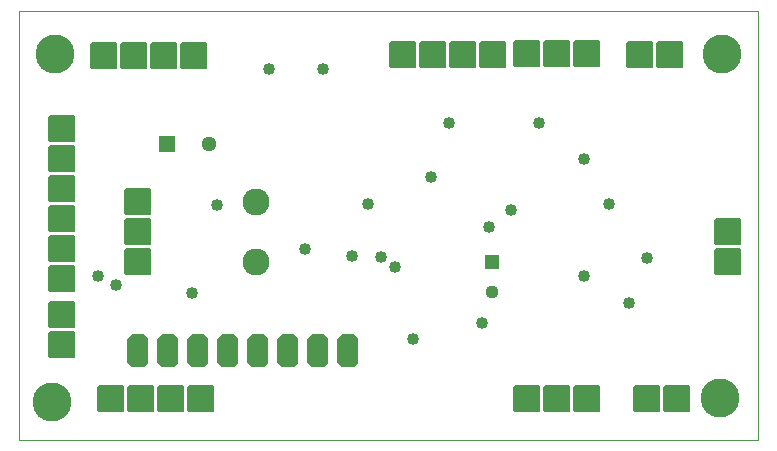
<source format=gbr>
G04 PROTEUS GERBER X2 FILE*
%TF.GenerationSoftware,Labcenter,Proteus,8.15-SP1-Build34318*%
%TF.CreationDate,2024-02-24T08:34:58+00:00*%
%TF.FileFunction,Soldermask,Bot*%
%TF.FilePolarity,Negative*%
%TF.Part,Single*%
%TF.SameCoordinates,{d6b9a477-15e1-4d55-aad5-44706a46bc90}*%
%FSLAX45Y45*%
%MOMM*%
G01*
%TA.AperFunction,Material*%
%ADD31C,1.016000*%
%AMPPAD028*
4,1,4,
0.560000,0.560000,
0.560000,-0.560000,
-0.560000,-0.560000,
-0.560000,0.560000,
0.560000,0.560000,
0*%
%TA.AperFunction,Material*%
%ADD34PPAD028*%
%ADD35C,1.120000*%
%AMPPAD031*
4,1,36,
-1.143000,-1.016000,
-1.143000,1.016000,
-1.140470,1.041970,
-1.133200,1.065980,
-1.121650,1.087580,
-1.106290,1.106290,
-1.087570,1.121650,
-1.065980,1.133200,
-1.041970,1.140470,
-1.016000,1.143000,
1.016000,1.143000,
1.041970,1.140470,
1.065980,1.133200,
1.087570,1.121650,
1.106290,1.106290,
1.121650,1.087580,
1.133200,1.065980,
1.140470,1.041970,
1.143000,1.016000,
1.143000,-1.016000,
1.140470,-1.041970,
1.133200,-1.065980,
1.121650,-1.087580,
1.106290,-1.106290,
1.087570,-1.121650,
1.065980,-1.133200,
1.041970,-1.140470,
1.016000,-1.143000,
-1.016000,-1.143000,
-1.041970,-1.140470,
-1.065980,-1.133200,
-1.087570,-1.121650,
-1.106290,-1.106290,
-1.121650,-1.087580,
-1.133200,-1.065980,
-1.140470,-1.041970,
-1.143000,-1.016000,
0*%
%ADD37PPAD031*%
%ADD40C,2.286000*%
%AMPPAD035*
4,1,4,
-0.640000,0.640000,
0.640000,0.640000,
0.640000,-0.640000,
-0.640000,-0.640000,
-0.640000,0.640000,
0*%
%ADD41PPAD035*%
%ADD42C,1.280000*%
%AMPPAD037*
4,1,36,
1.016000,-1.143000,
-1.016000,-1.143000,
-1.041970,-1.140470,
-1.065980,-1.133200,
-1.087580,-1.121650,
-1.106290,-1.106290,
-1.121650,-1.087570,
-1.133200,-1.065980,
-1.140470,-1.041970,
-1.143000,-1.016000,
-1.143000,1.016000,
-1.140470,1.041970,
-1.133200,1.065980,
-1.121650,1.087570,
-1.106290,1.106290,
-1.087580,1.121650,
-1.065980,1.133200,
-1.041970,1.140470,
-1.016000,1.143000,
1.016000,1.143000,
1.041970,1.140470,
1.065980,1.133200,
1.087580,1.121650,
1.106290,1.106290,
1.121650,1.087570,
1.133200,1.065980,
1.140470,1.041970,
1.143000,1.016000,
1.143000,-1.016000,
1.140470,-1.041970,
1.133200,-1.065980,
1.121650,-1.087570,
1.106290,-1.106290,
1.087580,-1.121650,
1.065980,-1.133200,
1.041970,-1.140470,
1.016000,-1.143000,
0*%
%TA.AperFunction,Material*%
%ADD43PPAD037*%
%AMPPAD039*
4,1,8,
0.509800,1.397000,
-0.509800,1.397000,
-0.889000,1.017800,
-0.889000,-1.017800,
-0.509800,-1.397000,
0.509800,-1.397000,
0.889000,-1.017800,
0.889000,1.017800,
0.509800,1.397000,
0*%
%TA.AperFunction,Material*%
%ADD45PPAD039*%
%TA.AperFunction,Material*%
%ADD46C,3.302000*%
%TA.AperFunction,Profile*%
%ADD25C,0.101600*%
%TD.AperFunction*%
D31*
X-6172200Y+6096000D03*
X-4724400Y+6629400D03*
X-6324600Y+6705600D03*
X-6436000Y+6794500D03*
X-4508500Y+7239000D03*
X-8036000Y+6487000D03*
X-6934200Y+8382000D03*
X-7391400Y+8382000D03*
X-6683200Y+6804200D03*
X-7830820Y+7236460D03*
X-6019800Y+7467600D03*
X-6553200Y+7239000D03*
X-5105400Y+7924800D03*
X-4343400Y+6400800D03*
X-4724400Y+7620000D03*
X-5336000Y+7187000D03*
X-5588000Y+6233160D03*
X-8839200Y+6629400D03*
X-4191000Y+6781800D03*
X-5867400Y+7924800D03*
X-5524500Y+7048500D03*
X-7086600Y+6858000D03*
X-8686800Y+6553200D03*
D34*
X-5500000Y+6750000D03*
D35*
X-5500000Y+6500000D03*
D37*
X-9144000Y+6604000D03*
X-9144000Y+6858000D03*
X-9144000Y+7112000D03*
X-9144000Y+7366000D03*
X-9144000Y+6301220D03*
X-9144000Y+6047220D03*
D40*
X-7500000Y+7258000D03*
X-7500000Y+6750000D03*
D41*
X-8250000Y+7750000D03*
D42*
X-7900000Y+7750000D03*
D43*
X-5492000Y+8500000D03*
X-5746000Y+8500000D03*
X-6000000Y+8500000D03*
X-6254000Y+8500000D03*
D37*
X-3500000Y+6750000D03*
X-3500000Y+7004000D03*
X-9144000Y+7874000D03*
X-9144000Y+7620000D03*
X-8500000Y+6746000D03*
X-8500000Y+7000000D03*
X-8500000Y+7254000D03*
D43*
X-4191000Y+5588000D03*
X-3937000Y+5588000D03*
X-3996000Y+8500000D03*
X-4250000Y+8500000D03*
X-7962000Y+5587000D03*
X-8216000Y+5587000D03*
X-8470000Y+5587000D03*
X-8724000Y+5587000D03*
X-8026000Y+8497000D03*
X-8280000Y+8497000D03*
X-8534000Y+8497000D03*
X-8788000Y+8497000D03*
D45*
X-6722000Y+6000000D03*
X-6976000Y+6000000D03*
X-7230000Y+6000000D03*
X-7484000Y+6000000D03*
X-7738000Y+6000000D03*
X-7992000Y+6000000D03*
X-8246000Y+6000000D03*
X-8500000Y+6000000D03*
D43*
X-5207000Y+8509000D03*
X-4953000Y+8509000D03*
X-4699000Y+8509000D03*
X-5207000Y+5588000D03*
X-4953000Y+5588000D03*
X-4699000Y+5588000D03*
D46*
X-9196000Y+8507000D03*
X-9226000Y+5567000D03*
X-3566000Y+5597000D03*
X-3556000Y+8507000D03*
D25*
X-9504000Y+5246000D02*
X-3250000Y+5246000D01*
X-3250000Y+8873000D01*
X-9504000Y+8873000D01*
X-9504000Y+5246000D01*
M02*

</source>
